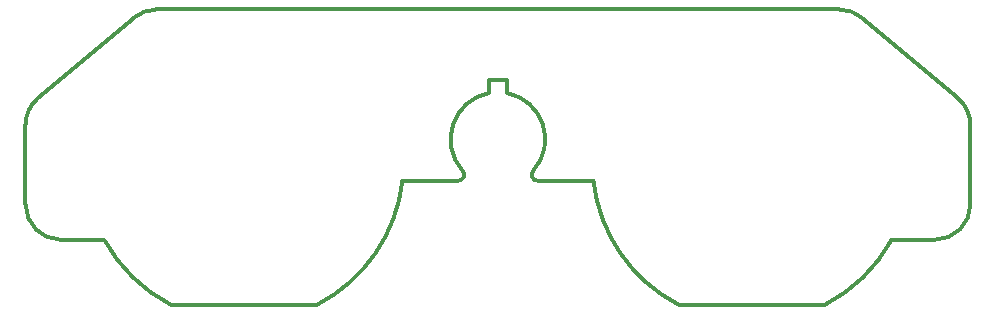
<source format=gm1>
G04*
G04 #@! TF.GenerationSoftware,Altium Limited,Altium Designer,24.0.1 (36)*
G04*
G04 Layer_Color=16711935*
%FSLAX44Y44*%
%MOMM*%
G71*
G04*
G04 #@! TF.SameCoordinates,C2ED0721-82FF-4104-9490-69D9FAD285C7*
G04*
G04*
G04 #@! TF.FilePolarity,Positive*
G04*
G01*
G75*
%ADD14C,0.3000*%
D14*
X989364Y527981D02*
G03*
X970081Y535000I-19284J-22981D01*
G01*
X281000Y370000D02*
G03*
X311000Y340000I30000J0D01*
G01*
X291716Y460082D02*
G03*
X281000Y437101I19284J-22981D01*
G01*
X391919Y535000D02*
G03*
X372635Y527981I0J-30000D01*
G01*
X527847Y285000D02*
G03*
X600164Y390000I-61847J120000D01*
G01*
X347678Y340000D02*
G03*
X404153Y285000I118322J65000D01*
G01*
X1081000Y437101D02*
G03*
X1070284Y460082I-30000J0D01*
G01*
X1051000Y340000D02*
G03*
X1081000Y370000I0J30000D01*
G01*
X957847Y285000D02*
G03*
X1014322Y340000I-61847J120000D01*
G01*
X761836Y390000D02*
G03*
X834153Y285000I134164J15000D01*
G01*
X710814Y398333D02*
G03*
X714541Y390000I3727J-3333D01*
G01*
X710814Y398333D02*
G03*
X688500Y464291I-29814J26667D01*
G01*
X673500D02*
G03*
X651186Y398333I7500J-39291D01*
G01*
X647459Y390000D02*
G03*
X651186Y398333I0J5000D01*
G01*
X391919Y535000D02*
X970081D01*
X673500Y475000D02*
X688500D01*
X673500Y464291D02*
Y475000D01*
X281000Y370000D02*
Y437101D01*
X311000Y340000D02*
X347678D01*
X291716Y460082D02*
X372635Y527981D01*
X404153Y285000D02*
X527847D01*
X1081000Y370000D02*
Y437101D01*
X1014322Y340000D02*
X1051000D01*
X989364Y527981D02*
X1070284Y460082D01*
X834153Y285000D02*
X957847D01*
X714541Y390000D02*
X761836D01*
X688500Y464291D02*
Y475000D01*
X600164Y390000D02*
X647459D01*
M02*

</source>
